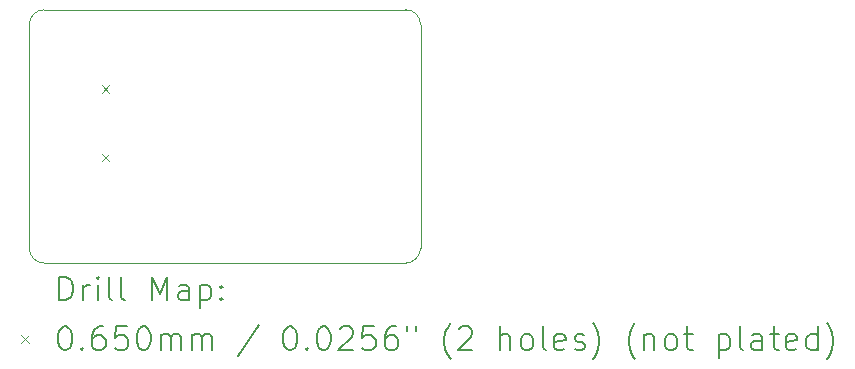
<source format=gbr>
%TF.GenerationSoftware,KiCad,Pcbnew,8.0.1*%
%TF.CreationDate,2024-04-19T23:10:09+02:00*%
%TF.ProjectId,esp-ir-receiver,6573702d-6972-42d7-9265-636569766572,1.0.0*%
%TF.SameCoordinates,Original*%
%TF.FileFunction,Drillmap*%
%TF.FilePolarity,Positive*%
%FSLAX45Y45*%
G04 Gerber Fmt 4.5, Leading zero omitted, Abs format (unit mm)*
G04 Created by KiCad (PCBNEW 8.0.1) date 2024-04-19 23:10:09*
%MOMM*%
%LPD*%
G01*
G04 APERTURE LIST*
%ADD10C,0.100000*%
%ADD11C,0.200000*%
G04 APERTURE END LIST*
D10*
X12812405Y-11454297D02*
X12812403Y-9563803D01*
X16125297Y-11454297D02*
G75*
G02*
X15998297Y-11581297I-126998J-3D01*
G01*
X15999200Y-9435900D02*
G75*
G02*
X16126200Y-9562900I0J-127000D01*
G01*
X12812403Y-9563803D02*
G75*
G02*
X12939403Y-9436803I126997J3D01*
G01*
X16126200Y-9562900D02*
X16125297Y-11454297D01*
X12939403Y-9436803D02*
X15999200Y-9435900D01*
X15998297Y-11581297D02*
X12939405Y-11581297D01*
X12939405Y-11581297D02*
G75*
G02*
X12812403Y-11454297I-15J126987D01*
G01*
D11*
D10*
X13426400Y-10076500D02*
X13491400Y-10141500D01*
X13491400Y-10076500D02*
X13426400Y-10141500D01*
X13426400Y-10654500D02*
X13491400Y-10719500D01*
X13491400Y-10654500D02*
X13426400Y-10719500D01*
D11*
X13068179Y-11897781D02*
X13068179Y-11697781D01*
X13068179Y-11697781D02*
X13115798Y-11697781D01*
X13115798Y-11697781D02*
X13144370Y-11707305D01*
X13144370Y-11707305D02*
X13163418Y-11726353D01*
X13163418Y-11726353D02*
X13172941Y-11745400D01*
X13172941Y-11745400D02*
X13182465Y-11783495D01*
X13182465Y-11783495D02*
X13182465Y-11812067D01*
X13182465Y-11812067D02*
X13172941Y-11850162D01*
X13172941Y-11850162D02*
X13163418Y-11869210D01*
X13163418Y-11869210D02*
X13144370Y-11888257D01*
X13144370Y-11888257D02*
X13115798Y-11897781D01*
X13115798Y-11897781D02*
X13068179Y-11897781D01*
X13268179Y-11897781D02*
X13268179Y-11764448D01*
X13268179Y-11802543D02*
X13277703Y-11783495D01*
X13277703Y-11783495D02*
X13287227Y-11773972D01*
X13287227Y-11773972D02*
X13306275Y-11764448D01*
X13306275Y-11764448D02*
X13325322Y-11764448D01*
X13391989Y-11897781D02*
X13391989Y-11764448D01*
X13391989Y-11697781D02*
X13382465Y-11707305D01*
X13382465Y-11707305D02*
X13391989Y-11716829D01*
X13391989Y-11716829D02*
X13401513Y-11707305D01*
X13401513Y-11707305D02*
X13391989Y-11697781D01*
X13391989Y-11697781D02*
X13391989Y-11716829D01*
X13515798Y-11897781D02*
X13496751Y-11888257D01*
X13496751Y-11888257D02*
X13487227Y-11869210D01*
X13487227Y-11869210D02*
X13487227Y-11697781D01*
X13620560Y-11897781D02*
X13601513Y-11888257D01*
X13601513Y-11888257D02*
X13591989Y-11869210D01*
X13591989Y-11869210D02*
X13591989Y-11697781D01*
X13849132Y-11897781D02*
X13849132Y-11697781D01*
X13849132Y-11697781D02*
X13915799Y-11840638D01*
X13915799Y-11840638D02*
X13982465Y-11697781D01*
X13982465Y-11697781D02*
X13982465Y-11897781D01*
X14163418Y-11897781D02*
X14163418Y-11793019D01*
X14163418Y-11793019D02*
X14153894Y-11773972D01*
X14153894Y-11773972D02*
X14134846Y-11764448D01*
X14134846Y-11764448D02*
X14096751Y-11764448D01*
X14096751Y-11764448D02*
X14077703Y-11773972D01*
X14163418Y-11888257D02*
X14144370Y-11897781D01*
X14144370Y-11897781D02*
X14096751Y-11897781D01*
X14096751Y-11897781D02*
X14077703Y-11888257D01*
X14077703Y-11888257D02*
X14068179Y-11869210D01*
X14068179Y-11869210D02*
X14068179Y-11850162D01*
X14068179Y-11850162D02*
X14077703Y-11831115D01*
X14077703Y-11831115D02*
X14096751Y-11821591D01*
X14096751Y-11821591D02*
X14144370Y-11821591D01*
X14144370Y-11821591D02*
X14163418Y-11812067D01*
X14258656Y-11764448D02*
X14258656Y-11964448D01*
X14258656Y-11773972D02*
X14277703Y-11764448D01*
X14277703Y-11764448D02*
X14315799Y-11764448D01*
X14315799Y-11764448D02*
X14334846Y-11773972D01*
X14334846Y-11773972D02*
X14344370Y-11783495D01*
X14344370Y-11783495D02*
X14353894Y-11802543D01*
X14353894Y-11802543D02*
X14353894Y-11859686D01*
X14353894Y-11859686D02*
X14344370Y-11878734D01*
X14344370Y-11878734D02*
X14334846Y-11888257D01*
X14334846Y-11888257D02*
X14315799Y-11897781D01*
X14315799Y-11897781D02*
X14277703Y-11897781D01*
X14277703Y-11897781D02*
X14258656Y-11888257D01*
X14439608Y-11878734D02*
X14449132Y-11888257D01*
X14449132Y-11888257D02*
X14439608Y-11897781D01*
X14439608Y-11897781D02*
X14430084Y-11888257D01*
X14430084Y-11888257D02*
X14439608Y-11878734D01*
X14439608Y-11878734D02*
X14439608Y-11897781D01*
X14439608Y-11773972D02*
X14449132Y-11783495D01*
X14449132Y-11783495D02*
X14439608Y-11793019D01*
X14439608Y-11793019D02*
X14430084Y-11783495D01*
X14430084Y-11783495D02*
X14439608Y-11773972D01*
X14439608Y-11773972D02*
X14439608Y-11793019D01*
D10*
X12742403Y-12193797D02*
X12807403Y-12258797D01*
X12807403Y-12193797D02*
X12742403Y-12258797D01*
D11*
X13106275Y-12117781D02*
X13125322Y-12117781D01*
X13125322Y-12117781D02*
X13144370Y-12127305D01*
X13144370Y-12127305D02*
X13153894Y-12136829D01*
X13153894Y-12136829D02*
X13163418Y-12155876D01*
X13163418Y-12155876D02*
X13172941Y-12193972D01*
X13172941Y-12193972D02*
X13172941Y-12241591D01*
X13172941Y-12241591D02*
X13163418Y-12279686D01*
X13163418Y-12279686D02*
X13153894Y-12298734D01*
X13153894Y-12298734D02*
X13144370Y-12308257D01*
X13144370Y-12308257D02*
X13125322Y-12317781D01*
X13125322Y-12317781D02*
X13106275Y-12317781D01*
X13106275Y-12317781D02*
X13087227Y-12308257D01*
X13087227Y-12308257D02*
X13077703Y-12298734D01*
X13077703Y-12298734D02*
X13068179Y-12279686D01*
X13068179Y-12279686D02*
X13058656Y-12241591D01*
X13058656Y-12241591D02*
X13058656Y-12193972D01*
X13058656Y-12193972D02*
X13068179Y-12155876D01*
X13068179Y-12155876D02*
X13077703Y-12136829D01*
X13077703Y-12136829D02*
X13087227Y-12127305D01*
X13087227Y-12127305D02*
X13106275Y-12117781D01*
X13258656Y-12298734D02*
X13268179Y-12308257D01*
X13268179Y-12308257D02*
X13258656Y-12317781D01*
X13258656Y-12317781D02*
X13249132Y-12308257D01*
X13249132Y-12308257D02*
X13258656Y-12298734D01*
X13258656Y-12298734D02*
X13258656Y-12317781D01*
X13439608Y-12117781D02*
X13401513Y-12117781D01*
X13401513Y-12117781D02*
X13382465Y-12127305D01*
X13382465Y-12127305D02*
X13372941Y-12136829D01*
X13372941Y-12136829D02*
X13353894Y-12165400D01*
X13353894Y-12165400D02*
X13344370Y-12203495D01*
X13344370Y-12203495D02*
X13344370Y-12279686D01*
X13344370Y-12279686D02*
X13353894Y-12298734D01*
X13353894Y-12298734D02*
X13363418Y-12308257D01*
X13363418Y-12308257D02*
X13382465Y-12317781D01*
X13382465Y-12317781D02*
X13420560Y-12317781D01*
X13420560Y-12317781D02*
X13439608Y-12308257D01*
X13439608Y-12308257D02*
X13449132Y-12298734D01*
X13449132Y-12298734D02*
X13458656Y-12279686D01*
X13458656Y-12279686D02*
X13458656Y-12232067D01*
X13458656Y-12232067D02*
X13449132Y-12213019D01*
X13449132Y-12213019D02*
X13439608Y-12203495D01*
X13439608Y-12203495D02*
X13420560Y-12193972D01*
X13420560Y-12193972D02*
X13382465Y-12193972D01*
X13382465Y-12193972D02*
X13363418Y-12203495D01*
X13363418Y-12203495D02*
X13353894Y-12213019D01*
X13353894Y-12213019D02*
X13344370Y-12232067D01*
X13639608Y-12117781D02*
X13544370Y-12117781D01*
X13544370Y-12117781D02*
X13534846Y-12213019D01*
X13534846Y-12213019D02*
X13544370Y-12203495D01*
X13544370Y-12203495D02*
X13563418Y-12193972D01*
X13563418Y-12193972D02*
X13611037Y-12193972D01*
X13611037Y-12193972D02*
X13630084Y-12203495D01*
X13630084Y-12203495D02*
X13639608Y-12213019D01*
X13639608Y-12213019D02*
X13649132Y-12232067D01*
X13649132Y-12232067D02*
X13649132Y-12279686D01*
X13649132Y-12279686D02*
X13639608Y-12298734D01*
X13639608Y-12298734D02*
X13630084Y-12308257D01*
X13630084Y-12308257D02*
X13611037Y-12317781D01*
X13611037Y-12317781D02*
X13563418Y-12317781D01*
X13563418Y-12317781D02*
X13544370Y-12308257D01*
X13544370Y-12308257D02*
X13534846Y-12298734D01*
X13772941Y-12117781D02*
X13791989Y-12117781D01*
X13791989Y-12117781D02*
X13811037Y-12127305D01*
X13811037Y-12127305D02*
X13820560Y-12136829D01*
X13820560Y-12136829D02*
X13830084Y-12155876D01*
X13830084Y-12155876D02*
X13839608Y-12193972D01*
X13839608Y-12193972D02*
X13839608Y-12241591D01*
X13839608Y-12241591D02*
X13830084Y-12279686D01*
X13830084Y-12279686D02*
X13820560Y-12298734D01*
X13820560Y-12298734D02*
X13811037Y-12308257D01*
X13811037Y-12308257D02*
X13791989Y-12317781D01*
X13791989Y-12317781D02*
X13772941Y-12317781D01*
X13772941Y-12317781D02*
X13753894Y-12308257D01*
X13753894Y-12308257D02*
X13744370Y-12298734D01*
X13744370Y-12298734D02*
X13734846Y-12279686D01*
X13734846Y-12279686D02*
X13725322Y-12241591D01*
X13725322Y-12241591D02*
X13725322Y-12193972D01*
X13725322Y-12193972D02*
X13734846Y-12155876D01*
X13734846Y-12155876D02*
X13744370Y-12136829D01*
X13744370Y-12136829D02*
X13753894Y-12127305D01*
X13753894Y-12127305D02*
X13772941Y-12117781D01*
X13925322Y-12317781D02*
X13925322Y-12184448D01*
X13925322Y-12203495D02*
X13934846Y-12193972D01*
X13934846Y-12193972D02*
X13953894Y-12184448D01*
X13953894Y-12184448D02*
X13982465Y-12184448D01*
X13982465Y-12184448D02*
X14001513Y-12193972D01*
X14001513Y-12193972D02*
X14011037Y-12213019D01*
X14011037Y-12213019D02*
X14011037Y-12317781D01*
X14011037Y-12213019D02*
X14020560Y-12193972D01*
X14020560Y-12193972D02*
X14039608Y-12184448D01*
X14039608Y-12184448D02*
X14068179Y-12184448D01*
X14068179Y-12184448D02*
X14087227Y-12193972D01*
X14087227Y-12193972D02*
X14096751Y-12213019D01*
X14096751Y-12213019D02*
X14096751Y-12317781D01*
X14191989Y-12317781D02*
X14191989Y-12184448D01*
X14191989Y-12203495D02*
X14201513Y-12193972D01*
X14201513Y-12193972D02*
X14220560Y-12184448D01*
X14220560Y-12184448D02*
X14249132Y-12184448D01*
X14249132Y-12184448D02*
X14268180Y-12193972D01*
X14268180Y-12193972D02*
X14277703Y-12213019D01*
X14277703Y-12213019D02*
X14277703Y-12317781D01*
X14277703Y-12213019D02*
X14287227Y-12193972D01*
X14287227Y-12193972D02*
X14306275Y-12184448D01*
X14306275Y-12184448D02*
X14334846Y-12184448D01*
X14334846Y-12184448D02*
X14353894Y-12193972D01*
X14353894Y-12193972D02*
X14363418Y-12213019D01*
X14363418Y-12213019D02*
X14363418Y-12317781D01*
X14753894Y-12108257D02*
X14582465Y-12365400D01*
X15011037Y-12117781D02*
X15030084Y-12117781D01*
X15030084Y-12117781D02*
X15049132Y-12127305D01*
X15049132Y-12127305D02*
X15058656Y-12136829D01*
X15058656Y-12136829D02*
X15068180Y-12155876D01*
X15068180Y-12155876D02*
X15077703Y-12193972D01*
X15077703Y-12193972D02*
X15077703Y-12241591D01*
X15077703Y-12241591D02*
X15068180Y-12279686D01*
X15068180Y-12279686D02*
X15058656Y-12298734D01*
X15058656Y-12298734D02*
X15049132Y-12308257D01*
X15049132Y-12308257D02*
X15030084Y-12317781D01*
X15030084Y-12317781D02*
X15011037Y-12317781D01*
X15011037Y-12317781D02*
X14991989Y-12308257D01*
X14991989Y-12308257D02*
X14982465Y-12298734D01*
X14982465Y-12298734D02*
X14972942Y-12279686D01*
X14972942Y-12279686D02*
X14963418Y-12241591D01*
X14963418Y-12241591D02*
X14963418Y-12193972D01*
X14963418Y-12193972D02*
X14972942Y-12155876D01*
X14972942Y-12155876D02*
X14982465Y-12136829D01*
X14982465Y-12136829D02*
X14991989Y-12127305D01*
X14991989Y-12127305D02*
X15011037Y-12117781D01*
X15163418Y-12298734D02*
X15172942Y-12308257D01*
X15172942Y-12308257D02*
X15163418Y-12317781D01*
X15163418Y-12317781D02*
X15153894Y-12308257D01*
X15153894Y-12308257D02*
X15163418Y-12298734D01*
X15163418Y-12298734D02*
X15163418Y-12317781D01*
X15296751Y-12117781D02*
X15315799Y-12117781D01*
X15315799Y-12117781D02*
X15334846Y-12127305D01*
X15334846Y-12127305D02*
X15344370Y-12136829D01*
X15344370Y-12136829D02*
X15353894Y-12155876D01*
X15353894Y-12155876D02*
X15363418Y-12193972D01*
X15363418Y-12193972D02*
X15363418Y-12241591D01*
X15363418Y-12241591D02*
X15353894Y-12279686D01*
X15353894Y-12279686D02*
X15344370Y-12298734D01*
X15344370Y-12298734D02*
X15334846Y-12308257D01*
X15334846Y-12308257D02*
X15315799Y-12317781D01*
X15315799Y-12317781D02*
X15296751Y-12317781D01*
X15296751Y-12317781D02*
X15277703Y-12308257D01*
X15277703Y-12308257D02*
X15268180Y-12298734D01*
X15268180Y-12298734D02*
X15258656Y-12279686D01*
X15258656Y-12279686D02*
X15249132Y-12241591D01*
X15249132Y-12241591D02*
X15249132Y-12193972D01*
X15249132Y-12193972D02*
X15258656Y-12155876D01*
X15258656Y-12155876D02*
X15268180Y-12136829D01*
X15268180Y-12136829D02*
X15277703Y-12127305D01*
X15277703Y-12127305D02*
X15296751Y-12117781D01*
X15439608Y-12136829D02*
X15449132Y-12127305D01*
X15449132Y-12127305D02*
X15468180Y-12117781D01*
X15468180Y-12117781D02*
X15515799Y-12117781D01*
X15515799Y-12117781D02*
X15534846Y-12127305D01*
X15534846Y-12127305D02*
X15544370Y-12136829D01*
X15544370Y-12136829D02*
X15553894Y-12155876D01*
X15553894Y-12155876D02*
X15553894Y-12174924D01*
X15553894Y-12174924D02*
X15544370Y-12203495D01*
X15544370Y-12203495D02*
X15430084Y-12317781D01*
X15430084Y-12317781D02*
X15553894Y-12317781D01*
X15734846Y-12117781D02*
X15639608Y-12117781D01*
X15639608Y-12117781D02*
X15630084Y-12213019D01*
X15630084Y-12213019D02*
X15639608Y-12203495D01*
X15639608Y-12203495D02*
X15658656Y-12193972D01*
X15658656Y-12193972D02*
X15706275Y-12193972D01*
X15706275Y-12193972D02*
X15725323Y-12203495D01*
X15725323Y-12203495D02*
X15734846Y-12213019D01*
X15734846Y-12213019D02*
X15744370Y-12232067D01*
X15744370Y-12232067D02*
X15744370Y-12279686D01*
X15744370Y-12279686D02*
X15734846Y-12298734D01*
X15734846Y-12298734D02*
X15725323Y-12308257D01*
X15725323Y-12308257D02*
X15706275Y-12317781D01*
X15706275Y-12317781D02*
X15658656Y-12317781D01*
X15658656Y-12317781D02*
X15639608Y-12308257D01*
X15639608Y-12308257D02*
X15630084Y-12298734D01*
X15915799Y-12117781D02*
X15877703Y-12117781D01*
X15877703Y-12117781D02*
X15858656Y-12127305D01*
X15858656Y-12127305D02*
X15849132Y-12136829D01*
X15849132Y-12136829D02*
X15830084Y-12165400D01*
X15830084Y-12165400D02*
X15820561Y-12203495D01*
X15820561Y-12203495D02*
X15820561Y-12279686D01*
X15820561Y-12279686D02*
X15830084Y-12298734D01*
X15830084Y-12298734D02*
X15839608Y-12308257D01*
X15839608Y-12308257D02*
X15858656Y-12317781D01*
X15858656Y-12317781D02*
X15896751Y-12317781D01*
X15896751Y-12317781D02*
X15915799Y-12308257D01*
X15915799Y-12308257D02*
X15925323Y-12298734D01*
X15925323Y-12298734D02*
X15934846Y-12279686D01*
X15934846Y-12279686D02*
X15934846Y-12232067D01*
X15934846Y-12232067D02*
X15925323Y-12213019D01*
X15925323Y-12213019D02*
X15915799Y-12203495D01*
X15915799Y-12203495D02*
X15896751Y-12193972D01*
X15896751Y-12193972D02*
X15858656Y-12193972D01*
X15858656Y-12193972D02*
X15839608Y-12203495D01*
X15839608Y-12203495D02*
X15830084Y-12213019D01*
X15830084Y-12213019D02*
X15820561Y-12232067D01*
X16011037Y-12117781D02*
X16011037Y-12155876D01*
X16087227Y-12117781D02*
X16087227Y-12155876D01*
X16382466Y-12393972D02*
X16372942Y-12384448D01*
X16372942Y-12384448D02*
X16353894Y-12355876D01*
X16353894Y-12355876D02*
X16344370Y-12336829D01*
X16344370Y-12336829D02*
X16334846Y-12308257D01*
X16334846Y-12308257D02*
X16325323Y-12260638D01*
X16325323Y-12260638D02*
X16325323Y-12222543D01*
X16325323Y-12222543D02*
X16334846Y-12174924D01*
X16334846Y-12174924D02*
X16344370Y-12146353D01*
X16344370Y-12146353D02*
X16353894Y-12127305D01*
X16353894Y-12127305D02*
X16372942Y-12098734D01*
X16372942Y-12098734D02*
X16382466Y-12089210D01*
X16449132Y-12136829D02*
X16458656Y-12127305D01*
X16458656Y-12127305D02*
X16477704Y-12117781D01*
X16477704Y-12117781D02*
X16525323Y-12117781D01*
X16525323Y-12117781D02*
X16544370Y-12127305D01*
X16544370Y-12127305D02*
X16553894Y-12136829D01*
X16553894Y-12136829D02*
X16563418Y-12155876D01*
X16563418Y-12155876D02*
X16563418Y-12174924D01*
X16563418Y-12174924D02*
X16553894Y-12203495D01*
X16553894Y-12203495D02*
X16439608Y-12317781D01*
X16439608Y-12317781D02*
X16563418Y-12317781D01*
X16801513Y-12317781D02*
X16801513Y-12117781D01*
X16887228Y-12317781D02*
X16887228Y-12213019D01*
X16887228Y-12213019D02*
X16877704Y-12193972D01*
X16877704Y-12193972D02*
X16858656Y-12184448D01*
X16858656Y-12184448D02*
X16830085Y-12184448D01*
X16830085Y-12184448D02*
X16811037Y-12193972D01*
X16811037Y-12193972D02*
X16801513Y-12203495D01*
X17011037Y-12317781D02*
X16991989Y-12308257D01*
X16991989Y-12308257D02*
X16982466Y-12298734D01*
X16982466Y-12298734D02*
X16972942Y-12279686D01*
X16972942Y-12279686D02*
X16972942Y-12222543D01*
X16972942Y-12222543D02*
X16982466Y-12203495D01*
X16982466Y-12203495D02*
X16991989Y-12193972D01*
X16991989Y-12193972D02*
X17011037Y-12184448D01*
X17011037Y-12184448D02*
X17039609Y-12184448D01*
X17039609Y-12184448D02*
X17058656Y-12193972D01*
X17058656Y-12193972D02*
X17068180Y-12203495D01*
X17068180Y-12203495D02*
X17077704Y-12222543D01*
X17077704Y-12222543D02*
X17077704Y-12279686D01*
X17077704Y-12279686D02*
X17068180Y-12298734D01*
X17068180Y-12298734D02*
X17058656Y-12308257D01*
X17058656Y-12308257D02*
X17039609Y-12317781D01*
X17039609Y-12317781D02*
X17011037Y-12317781D01*
X17191989Y-12317781D02*
X17172942Y-12308257D01*
X17172942Y-12308257D02*
X17163418Y-12289210D01*
X17163418Y-12289210D02*
X17163418Y-12117781D01*
X17344370Y-12308257D02*
X17325323Y-12317781D01*
X17325323Y-12317781D02*
X17287228Y-12317781D01*
X17287228Y-12317781D02*
X17268180Y-12308257D01*
X17268180Y-12308257D02*
X17258656Y-12289210D01*
X17258656Y-12289210D02*
X17258656Y-12213019D01*
X17258656Y-12213019D02*
X17268180Y-12193972D01*
X17268180Y-12193972D02*
X17287228Y-12184448D01*
X17287228Y-12184448D02*
X17325323Y-12184448D01*
X17325323Y-12184448D02*
X17344370Y-12193972D01*
X17344370Y-12193972D02*
X17353894Y-12213019D01*
X17353894Y-12213019D02*
X17353894Y-12232067D01*
X17353894Y-12232067D02*
X17258656Y-12251115D01*
X17430085Y-12308257D02*
X17449132Y-12317781D01*
X17449132Y-12317781D02*
X17487228Y-12317781D01*
X17487228Y-12317781D02*
X17506275Y-12308257D01*
X17506275Y-12308257D02*
X17515799Y-12289210D01*
X17515799Y-12289210D02*
X17515799Y-12279686D01*
X17515799Y-12279686D02*
X17506275Y-12260638D01*
X17506275Y-12260638D02*
X17487228Y-12251115D01*
X17487228Y-12251115D02*
X17458656Y-12251115D01*
X17458656Y-12251115D02*
X17439609Y-12241591D01*
X17439609Y-12241591D02*
X17430085Y-12222543D01*
X17430085Y-12222543D02*
X17430085Y-12213019D01*
X17430085Y-12213019D02*
X17439609Y-12193972D01*
X17439609Y-12193972D02*
X17458656Y-12184448D01*
X17458656Y-12184448D02*
X17487228Y-12184448D01*
X17487228Y-12184448D02*
X17506275Y-12193972D01*
X17582466Y-12393972D02*
X17591990Y-12384448D01*
X17591990Y-12384448D02*
X17611037Y-12355876D01*
X17611037Y-12355876D02*
X17620561Y-12336829D01*
X17620561Y-12336829D02*
X17630085Y-12308257D01*
X17630085Y-12308257D02*
X17639609Y-12260638D01*
X17639609Y-12260638D02*
X17639609Y-12222543D01*
X17639609Y-12222543D02*
X17630085Y-12174924D01*
X17630085Y-12174924D02*
X17620561Y-12146353D01*
X17620561Y-12146353D02*
X17611037Y-12127305D01*
X17611037Y-12127305D02*
X17591990Y-12098734D01*
X17591990Y-12098734D02*
X17582466Y-12089210D01*
X17944371Y-12393972D02*
X17934847Y-12384448D01*
X17934847Y-12384448D02*
X17915799Y-12355876D01*
X17915799Y-12355876D02*
X17906275Y-12336829D01*
X17906275Y-12336829D02*
X17896751Y-12308257D01*
X17896751Y-12308257D02*
X17887228Y-12260638D01*
X17887228Y-12260638D02*
X17887228Y-12222543D01*
X17887228Y-12222543D02*
X17896751Y-12174924D01*
X17896751Y-12174924D02*
X17906275Y-12146353D01*
X17906275Y-12146353D02*
X17915799Y-12127305D01*
X17915799Y-12127305D02*
X17934847Y-12098734D01*
X17934847Y-12098734D02*
X17944371Y-12089210D01*
X18020561Y-12184448D02*
X18020561Y-12317781D01*
X18020561Y-12203495D02*
X18030085Y-12193972D01*
X18030085Y-12193972D02*
X18049132Y-12184448D01*
X18049132Y-12184448D02*
X18077704Y-12184448D01*
X18077704Y-12184448D02*
X18096751Y-12193972D01*
X18096751Y-12193972D02*
X18106275Y-12213019D01*
X18106275Y-12213019D02*
X18106275Y-12317781D01*
X18230085Y-12317781D02*
X18211037Y-12308257D01*
X18211037Y-12308257D02*
X18201513Y-12298734D01*
X18201513Y-12298734D02*
X18191990Y-12279686D01*
X18191990Y-12279686D02*
X18191990Y-12222543D01*
X18191990Y-12222543D02*
X18201513Y-12203495D01*
X18201513Y-12203495D02*
X18211037Y-12193972D01*
X18211037Y-12193972D02*
X18230085Y-12184448D01*
X18230085Y-12184448D02*
X18258656Y-12184448D01*
X18258656Y-12184448D02*
X18277704Y-12193972D01*
X18277704Y-12193972D02*
X18287228Y-12203495D01*
X18287228Y-12203495D02*
X18296751Y-12222543D01*
X18296751Y-12222543D02*
X18296751Y-12279686D01*
X18296751Y-12279686D02*
X18287228Y-12298734D01*
X18287228Y-12298734D02*
X18277704Y-12308257D01*
X18277704Y-12308257D02*
X18258656Y-12317781D01*
X18258656Y-12317781D02*
X18230085Y-12317781D01*
X18353894Y-12184448D02*
X18430085Y-12184448D01*
X18382466Y-12117781D02*
X18382466Y-12289210D01*
X18382466Y-12289210D02*
X18391990Y-12308257D01*
X18391990Y-12308257D02*
X18411037Y-12317781D01*
X18411037Y-12317781D02*
X18430085Y-12317781D01*
X18649132Y-12184448D02*
X18649132Y-12384448D01*
X18649132Y-12193972D02*
X18668180Y-12184448D01*
X18668180Y-12184448D02*
X18706275Y-12184448D01*
X18706275Y-12184448D02*
X18725323Y-12193972D01*
X18725323Y-12193972D02*
X18734847Y-12203495D01*
X18734847Y-12203495D02*
X18744371Y-12222543D01*
X18744371Y-12222543D02*
X18744371Y-12279686D01*
X18744371Y-12279686D02*
X18734847Y-12298734D01*
X18734847Y-12298734D02*
X18725323Y-12308257D01*
X18725323Y-12308257D02*
X18706275Y-12317781D01*
X18706275Y-12317781D02*
X18668180Y-12317781D01*
X18668180Y-12317781D02*
X18649132Y-12308257D01*
X18858656Y-12317781D02*
X18839609Y-12308257D01*
X18839609Y-12308257D02*
X18830085Y-12289210D01*
X18830085Y-12289210D02*
X18830085Y-12117781D01*
X19020561Y-12317781D02*
X19020561Y-12213019D01*
X19020561Y-12213019D02*
X19011037Y-12193972D01*
X19011037Y-12193972D02*
X18991990Y-12184448D01*
X18991990Y-12184448D02*
X18953894Y-12184448D01*
X18953894Y-12184448D02*
X18934847Y-12193972D01*
X19020561Y-12308257D02*
X19001513Y-12317781D01*
X19001513Y-12317781D02*
X18953894Y-12317781D01*
X18953894Y-12317781D02*
X18934847Y-12308257D01*
X18934847Y-12308257D02*
X18925323Y-12289210D01*
X18925323Y-12289210D02*
X18925323Y-12270162D01*
X18925323Y-12270162D02*
X18934847Y-12251115D01*
X18934847Y-12251115D02*
X18953894Y-12241591D01*
X18953894Y-12241591D02*
X19001513Y-12241591D01*
X19001513Y-12241591D02*
X19020561Y-12232067D01*
X19087228Y-12184448D02*
X19163418Y-12184448D01*
X19115799Y-12117781D02*
X19115799Y-12289210D01*
X19115799Y-12289210D02*
X19125323Y-12308257D01*
X19125323Y-12308257D02*
X19144371Y-12317781D01*
X19144371Y-12317781D02*
X19163418Y-12317781D01*
X19306275Y-12308257D02*
X19287228Y-12317781D01*
X19287228Y-12317781D02*
X19249132Y-12317781D01*
X19249132Y-12317781D02*
X19230085Y-12308257D01*
X19230085Y-12308257D02*
X19220561Y-12289210D01*
X19220561Y-12289210D02*
X19220561Y-12213019D01*
X19220561Y-12213019D02*
X19230085Y-12193972D01*
X19230085Y-12193972D02*
X19249132Y-12184448D01*
X19249132Y-12184448D02*
X19287228Y-12184448D01*
X19287228Y-12184448D02*
X19306275Y-12193972D01*
X19306275Y-12193972D02*
X19315799Y-12213019D01*
X19315799Y-12213019D02*
X19315799Y-12232067D01*
X19315799Y-12232067D02*
X19220561Y-12251115D01*
X19487228Y-12317781D02*
X19487228Y-12117781D01*
X19487228Y-12308257D02*
X19468180Y-12317781D01*
X19468180Y-12317781D02*
X19430085Y-12317781D01*
X19430085Y-12317781D02*
X19411037Y-12308257D01*
X19411037Y-12308257D02*
X19401513Y-12298734D01*
X19401513Y-12298734D02*
X19391990Y-12279686D01*
X19391990Y-12279686D02*
X19391990Y-12222543D01*
X19391990Y-12222543D02*
X19401513Y-12203495D01*
X19401513Y-12203495D02*
X19411037Y-12193972D01*
X19411037Y-12193972D02*
X19430085Y-12184448D01*
X19430085Y-12184448D02*
X19468180Y-12184448D01*
X19468180Y-12184448D02*
X19487228Y-12193972D01*
X19563418Y-12393972D02*
X19572942Y-12384448D01*
X19572942Y-12384448D02*
X19591990Y-12355876D01*
X19591990Y-12355876D02*
X19601513Y-12336829D01*
X19601513Y-12336829D02*
X19611037Y-12308257D01*
X19611037Y-12308257D02*
X19620561Y-12260638D01*
X19620561Y-12260638D02*
X19620561Y-12222543D01*
X19620561Y-12222543D02*
X19611037Y-12174924D01*
X19611037Y-12174924D02*
X19601513Y-12146353D01*
X19601513Y-12146353D02*
X19591990Y-12127305D01*
X19591990Y-12127305D02*
X19572942Y-12098734D01*
X19572942Y-12098734D02*
X19563418Y-12089210D01*
M02*

</source>
